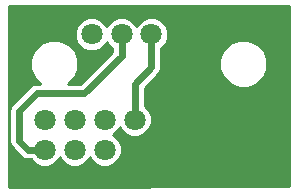
<source format=gbr>
G04 #@! TF.FileFunction,Copper,L2,Bot,Signal*
%FSLAX46Y46*%
G04 Gerber Fmt 4.6, Leading zero omitted, Abs format (unit mm)*
G04 Created by KiCad (PCBNEW 4.0.7) date 03/28/19 15:30:28*
%MOMM*%
%LPD*%
G01*
G04 APERTURE LIST*
%ADD10C,0.050000*%
%ADD11C,1.800000*%
%ADD12C,0.600000*%
%ADD13C,0.254000*%
G04 APERTURE END LIST*
D10*
D11*
X93150000Y-55500000D03*
X95690000Y-55500000D03*
X100759840Y-55500000D03*
X98219840Y-55500000D03*
X94270000Y-65270000D03*
X96810000Y-65270000D03*
X91730000Y-65270000D03*
X89190000Y-65270000D03*
X89190000Y-62730000D03*
X91730000Y-62730000D03*
X96810000Y-62730000D03*
X94270000Y-62730000D03*
D12*
X89190000Y-65270000D02*
X87770000Y-65270000D01*
X95690000Y-57310000D02*
X95690000Y-55500000D01*
X92500000Y-60500000D02*
X95690000Y-57310000D01*
X88500000Y-60500000D02*
X92500000Y-60500000D01*
X87000000Y-62000000D02*
X88500000Y-60500000D01*
X87000000Y-64500000D02*
X87000000Y-62000000D01*
X87770000Y-65270000D02*
X87000000Y-64500000D01*
X96810000Y-62730000D02*
X96810000Y-59690000D01*
X98219840Y-58280160D02*
X98219840Y-55500000D01*
X96810000Y-59690000D02*
X98219840Y-58280160D01*
D13*
G36*
X109843245Y-53136947D02*
X109872754Y-68373265D01*
X86166673Y-68422735D01*
X86150152Y-62000000D01*
X86173000Y-62000000D01*
X86173000Y-64500000D01*
X86235952Y-64816479D01*
X86415223Y-65084777D01*
X87185222Y-65854777D01*
X87453521Y-66034048D01*
X87770000Y-66097000D01*
X87999234Y-66097000D01*
X88380614Y-66479047D01*
X88904907Y-66696752D01*
X89472603Y-66697248D01*
X89997275Y-66480457D01*
X90399047Y-66079386D01*
X90459881Y-65932882D01*
X90519543Y-66077275D01*
X90920614Y-66479047D01*
X91444907Y-66696752D01*
X92012603Y-66697248D01*
X92537275Y-66480457D01*
X92939047Y-66079386D01*
X92999881Y-65932882D01*
X93059543Y-66077275D01*
X93460614Y-66479047D01*
X93984907Y-66696752D01*
X94552603Y-66697248D01*
X95077275Y-66480457D01*
X95479047Y-66079386D01*
X95696752Y-65555093D01*
X95697248Y-64987397D01*
X95480457Y-64462725D01*
X95079386Y-64060953D01*
X94932882Y-64000119D01*
X95077275Y-63940457D01*
X95479047Y-63539386D01*
X95539881Y-63392882D01*
X95599543Y-63537275D01*
X96000614Y-63939047D01*
X96524907Y-64156752D01*
X97092603Y-64157248D01*
X97617275Y-63940457D01*
X98019047Y-63539386D01*
X98236752Y-63015093D01*
X98237248Y-62447397D01*
X98020457Y-61922725D01*
X97637000Y-61538598D01*
X97637000Y-60032554D01*
X98804617Y-58864937D01*
X98983888Y-58596639D01*
X99022718Y-58401426D01*
X103972649Y-58401426D01*
X104280591Y-59146703D01*
X104850298Y-59717405D01*
X105595036Y-60026647D01*
X106401426Y-60027351D01*
X107146703Y-59719409D01*
X107717405Y-59149702D01*
X108026647Y-58404964D01*
X108027351Y-57598574D01*
X107719409Y-56853297D01*
X107149702Y-56282595D01*
X106404964Y-55973353D01*
X105598574Y-55972649D01*
X104853297Y-56280591D01*
X104282595Y-56850298D01*
X103973353Y-57595036D01*
X103972649Y-58401426D01*
X99022718Y-58401426D01*
X99046840Y-58280160D01*
X99046840Y-56690766D01*
X99428887Y-56309386D01*
X99646592Y-55785093D01*
X99647088Y-55217397D01*
X99430297Y-54692725D01*
X99029226Y-54290953D01*
X98504933Y-54073248D01*
X97937237Y-54072752D01*
X97412565Y-54289543D01*
X97010793Y-54690614D01*
X96955052Y-54824854D01*
X96900457Y-54692725D01*
X96499386Y-54290953D01*
X95975093Y-54073248D01*
X95407397Y-54072752D01*
X94882725Y-54289543D01*
X94480953Y-54690614D01*
X94420119Y-54837118D01*
X94360457Y-54692725D01*
X93959386Y-54290953D01*
X93435093Y-54073248D01*
X92867397Y-54072752D01*
X92342725Y-54289543D01*
X91940953Y-54690614D01*
X91723248Y-55214907D01*
X91722752Y-55782603D01*
X91939543Y-56307275D01*
X92340614Y-56709047D01*
X92864907Y-56926752D01*
X93432603Y-56927248D01*
X93957275Y-56710457D01*
X94359047Y-56309386D01*
X94419881Y-56162882D01*
X94479543Y-56307275D01*
X94863000Y-56691402D01*
X94863000Y-56967446D01*
X92157446Y-59673000D01*
X91193193Y-59673000D01*
X91717405Y-59149702D01*
X92026647Y-58404964D01*
X92027351Y-57598574D01*
X91719409Y-56853297D01*
X91149702Y-56282595D01*
X90404964Y-55973353D01*
X89598574Y-55972649D01*
X88853297Y-56280591D01*
X88282595Y-56850298D01*
X87973353Y-57595036D01*
X87972649Y-58401426D01*
X88280591Y-59146703D01*
X88805970Y-59673000D01*
X88500000Y-59673000D01*
X88183521Y-59735952D01*
X87915222Y-59915223D01*
X86415223Y-61415223D01*
X86235952Y-61683521D01*
X86173000Y-62000000D01*
X86150152Y-62000000D01*
X86127328Y-53127053D01*
X109843245Y-53136947D01*
X109843245Y-53136947D01*
G37*
X109843245Y-53136947D02*
X109872754Y-68373265D01*
X86166673Y-68422735D01*
X86150152Y-62000000D01*
X86173000Y-62000000D01*
X86173000Y-64500000D01*
X86235952Y-64816479D01*
X86415223Y-65084777D01*
X87185222Y-65854777D01*
X87453521Y-66034048D01*
X87770000Y-66097000D01*
X87999234Y-66097000D01*
X88380614Y-66479047D01*
X88904907Y-66696752D01*
X89472603Y-66697248D01*
X89997275Y-66480457D01*
X90399047Y-66079386D01*
X90459881Y-65932882D01*
X90519543Y-66077275D01*
X90920614Y-66479047D01*
X91444907Y-66696752D01*
X92012603Y-66697248D01*
X92537275Y-66480457D01*
X92939047Y-66079386D01*
X92999881Y-65932882D01*
X93059543Y-66077275D01*
X93460614Y-66479047D01*
X93984907Y-66696752D01*
X94552603Y-66697248D01*
X95077275Y-66480457D01*
X95479047Y-66079386D01*
X95696752Y-65555093D01*
X95697248Y-64987397D01*
X95480457Y-64462725D01*
X95079386Y-64060953D01*
X94932882Y-64000119D01*
X95077275Y-63940457D01*
X95479047Y-63539386D01*
X95539881Y-63392882D01*
X95599543Y-63537275D01*
X96000614Y-63939047D01*
X96524907Y-64156752D01*
X97092603Y-64157248D01*
X97617275Y-63940457D01*
X98019047Y-63539386D01*
X98236752Y-63015093D01*
X98237248Y-62447397D01*
X98020457Y-61922725D01*
X97637000Y-61538598D01*
X97637000Y-60032554D01*
X98804617Y-58864937D01*
X98983888Y-58596639D01*
X99022718Y-58401426D01*
X103972649Y-58401426D01*
X104280591Y-59146703D01*
X104850298Y-59717405D01*
X105595036Y-60026647D01*
X106401426Y-60027351D01*
X107146703Y-59719409D01*
X107717405Y-59149702D01*
X108026647Y-58404964D01*
X108027351Y-57598574D01*
X107719409Y-56853297D01*
X107149702Y-56282595D01*
X106404964Y-55973353D01*
X105598574Y-55972649D01*
X104853297Y-56280591D01*
X104282595Y-56850298D01*
X103973353Y-57595036D01*
X103972649Y-58401426D01*
X99022718Y-58401426D01*
X99046840Y-58280160D01*
X99046840Y-56690766D01*
X99428887Y-56309386D01*
X99646592Y-55785093D01*
X99647088Y-55217397D01*
X99430297Y-54692725D01*
X99029226Y-54290953D01*
X98504933Y-54073248D01*
X97937237Y-54072752D01*
X97412565Y-54289543D01*
X97010793Y-54690614D01*
X96955052Y-54824854D01*
X96900457Y-54692725D01*
X96499386Y-54290953D01*
X95975093Y-54073248D01*
X95407397Y-54072752D01*
X94882725Y-54289543D01*
X94480953Y-54690614D01*
X94420119Y-54837118D01*
X94360457Y-54692725D01*
X93959386Y-54290953D01*
X93435093Y-54073248D01*
X92867397Y-54072752D01*
X92342725Y-54289543D01*
X91940953Y-54690614D01*
X91723248Y-55214907D01*
X91722752Y-55782603D01*
X91939543Y-56307275D01*
X92340614Y-56709047D01*
X92864907Y-56926752D01*
X93432603Y-56927248D01*
X93957275Y-56710457D01*
X94359047Y-56309386D01*
X94419881Y-56162882D01*
X94479543Y-56307275D01*
X94863000Y-56691402D01*
X94863000Y-56967446D01*
X92157446Y-59673000D01*
X91193193Y-59673000D01*
X91717405Y-59149702D01*
X92026647Y-58404964D01*
X92027351Y-57598574D01*
X91719409Y-56853297D01*
X91149702Y-56282595D01*
X90404964Y-55973353D01*
X89598574Y-55972649D01*
X88853297Y-56280591D01*
X88282595Y-56850298D01*
X87973353Y-57595036D01*
X87972649Y-58401426D01*
X88280591Y-59146703D01*
X88805970Y-59673000D01*
X88500000Y-59673000D01*
X88183521Y-59735952D01*
X87915222Y-59915223D01*
X86415223Y-61415223D01*
X86235952Y-61683521D01*
X86173000Y-62000000D01*
X86150152Y-62000000D01*
X86127328Y-53127053D01*
X109843245Y-53136947D01*
M02*

</source>
